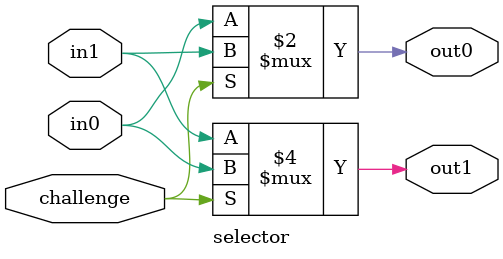
<source format=v>
module selector(
    input wire in0,
    input wire in1,
    input wire challenge,
    output wire out0,
    output wire out1
);
    assign out0 = (challenge == 0) ? in0 : in1;
    assign out1 = (challenge == 0) ? in1 : in0;
endmodule
</source>
